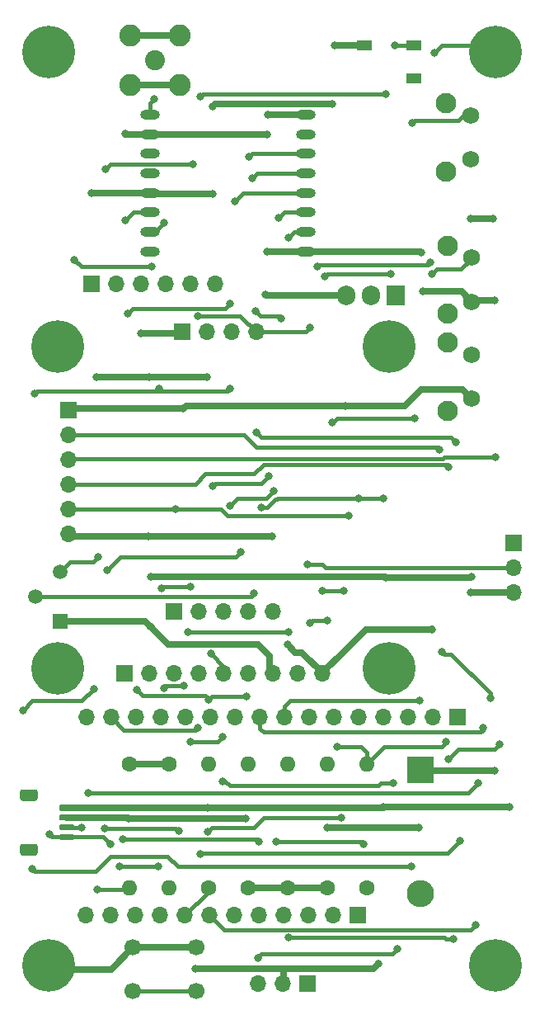
<source format=gbr>
%TF.GenerationSoftware,KiCad,Pcbnew,5.1.12-84ad8e8a86~92~ubuntu18.04.1*%
%TF.CreationDate,2022-01-12T14:22:02-05:00*%
%TF.ProjectId,remote,72656d6f-7465-42e6-9b69-6361645f7063,rev?*%
%TF.SameCoordinates,Original*%
%TF.FileFunction,Copper,L1,Top*%
%TF.FilePolarity,Positive*%
%FSLAX46Y46*%
G04 Gerber Fmt 4.6, Leading zero omitted, Abs format (unit mm)*
G04 Created by KiCad (PCBNEW 5.1.12-84ad8e8a86~92~ubuntu18.04.1) date 2022-01-12 14:22:02*
%MOMM*%
%LPD*%
G01*
G04 APERTURE LIST*
%TA.AperFunction,WasherPad*%
%ADD10C,5.400000*%
%TD*%
%TA.AperFunction,ComponentPad*%
%ADD11R,1.700000X1.700000*%
%TD*%
%TA.AperFunction,ComponentPad*%
%ADD12O,1.700000X1.700000*%
%TD*%
%TA.AperFunction,ComponentPad*%
%ADD13R,1.905000X2.000000*%
%TD*%
%TA.AperFunction,ComponentPad*%
%ADD14O,1.905000X2.000000*%
%TD*%
%TA.AperFunction,ComponentPad*%
%ADD15C,2.250000*%
%TD*%
%TA.AperFunction,ComponentPad*%
%ADD16C,2.050000*%
%TD*%
%TA.AperFunction,ComponentPad*%
%ADD17C,2.100000*%
%TD*%
%TA.AperFunction,ComponentPad*%
%ADD18C,1.750000*%
%TD*%
%TA.AperFunction,ComponentPad*%
%ADD19O,1.600000X1.600000*%
%TD*%
%TA.AperFunction,ComponentPad*%
%ADD20C,1.600000*%
%TD*%
%TA.AperFunction,ComponentPad*%
%ADD21C,5.400000*%
%TD*%
%TA.AperFunction,SMDPad,CuDef*%
%ADD22O,2.000000X1.000000*%
%TD*%
%TA.AperFunction,ComponentPad*%
%ADD23C,1.700000*%
%TD*%
%TA.AperFunction,SMDPad,CuDef*%
%ADD24R,1.500000X1.000000*%
%TD*%
%TA.AperFunction,ComponentPad*%
%ADD25R,1.500000X1.500000*%
%TD*%
%TA.AperFunction,ComponentPad*%
%ADD26C,1.500000*%
%TD*%
%TA.AperFunction,ComponentPad*%
%ADD27R,2.800000X2.800000*%
%TD*%
%TA.AperFunction,ComponentPad*%
%ADD28O,2.800000X2.800000*%
%TD*%
%TA.AperFunction,ViaPad*%
%ADD29C,0.800000*%
%TD*%
%TA.AperFunction,Conductor*%
%ADD30C,0.700000*%
%TD*%
%TA.AperFunction,Conductor*%
%ADD31C,0.400000*%
%TD*%
G04 APERTURE END LIST*
D10*
%TO.P,U4,*%
%TO.N,*%
X76455000Y-93735000D03*
X110475000Y-93735000D03*
X76455000Y-126755000D03*
X110475000Y-126755000D03*
D11*
%TO.P,U4,1*%
%TO.N,N/C*%
X83305000Y-127235000D03*
D12*
%TO.P,U4,2*%
X85845000Y-127235000D03*
%TO.P,U4,3*%
X88385000Y-127235000D03*
%TO.P,U4,4*%
%TO.N,D5*%
X90925000Y-127235000D03*
%TO.P,U4,5*%
%TO.N,MOSI*%
X93465000Y-127235000D03*
%TO.P,U4,6*%
%TO.N,SCK*%
X96005000Y-127235000D03*
%TO.P,U4,7*%
%TO.N,GND*%
X98545000Y-127235000D03*
%TO.P,U4,8*%
%TO.N,N/C*%
X101085000Y-127235000D03*
%TO.P,U4,9*%
%TO.N,+3V3*%
X103625000Y-127235000D03*
%TD*%
%TO.P,U2,3*%
%TO.N,N/C*%
X102229280Y-152121920D03*
D11*
%TO.P,U2,1*%
X107309280Y-152121920D03*
D12*
%TO.P,U2,8*%
%TO.N,D9*%
X89529280Y-152121920D03*
%TO.P,U2,11*%
%TO.N,SCL*%
X81909280Y-152121920D03*
%TO.P,U2,2*%
%TO.N,EN*%
X104769280Y-152121920D03*
%TO.P,U2,6*%
%TO.N,D11*%
X94609280Y-152121920D03*
%TO.P,U2,7*%
%TO.N,D10*%
X92069280Y-152121920D03*
%TO.P,U2,12*%
%TO.N,SDA*%
X79369280Y-152121920D03*
%TO.P,U2,9*%
%TO.N,D6*%
X86989280Y-152121920D03*
%TO.P,U2,10*%
%TO.N,D5*%
X84449280Y-152121920D03*
%TO.P,U2,4*%
%TO.N,D13*%
X99689280Y-152121920D03*
%TO.P,U2,5*%
%TO.N,D12*%
X97149280Y-152121920D03*
D11*
%TO.P,U2,13*%
%TO.N,~RESET*%
X117549280Y-131801920D03*
D12*
%TO.P,U2,14*%
%TO.N,+3V3*%
X115009280Y-131801920D03*
%TO.P,U2,15*%
%TO.N,N/C*%
X112469280Y-131801920D03*
%TO.P,U2,16*%
%TO.N,GND*%
X109929280Y-131801920D03*
%TO.P,U2,17*%
%TO.N,A0*%
X107389280Y-131801920D03*
%TO.P,U2,18*%
%TO.N,A1*%
X104849280Y-131801920D03*
%TO.P,U2,19*%
%TO.N,A2*%
X102309280Y-131801920D03*
%TO.P,U2,20*%
%TO.N,A3*%
X99769280Y-131801920D03*
%TO.P,U2,21*%
%TO.N,A4*%
X97229280Y-131801920D03*
%TO.P,U2,22*%
%TO.N,A5*%
X94689280Y-131801920D03*
%TO.P,U2,23*%
%TO.N,SCK*%
X92149280Y-131801920D03*
%TO.P,U2,24*%
%TO.N,MOSI*%
X89609280Y-131801920D03*
%TO.P,U2,25*%
%TO.N,MISO*%
X87069280Y-131801920D03*
%TO.P,U2,26*%
%TO.N,RX_D0*%
X84529280Y-131801920D03*
%TO.P,U2,27*%
%TO.N,TX_D1*%
X81989280Y-131801920D03*
%TO.P,U2,28*%
%TO.N,N/C*%
X79449280Y-131801920D03*
%TD*%
D13*
%TO.P,Q1,1*%
%TO.N,D9*%
X111155000Y-88475000D03*
D14*
%TO.P,Q1,2*%
%TO.N,POWER_1*%
X108615000Y-88475000D03*
%TO.P,Q1,3*%
%TO.N,GND*%
X106075000Y-88475000D03*
%TD*%
D12*
%TO.P,J2,6*%
%TO.N,+3V3*%
X77555000Y-112955000D03*
%TO.P,J2,5*%
%TO.N,A0*%
X77555000Y-110415000D03*
%TO.P,J2,4*%
%TO.N,A1*%
X77555000Y-107875000D03*
%TO.P,J2,3*%
%TO.N,D13*%
X77555000Y-105335000D03*
%TO.P,J2,2*%
%TO.N,D10*%
X77555000Y-102795000D03*
D11*
%TO.P,J2,1*%
%TO.N,GND*%
X77555000Y-100255000D03*
%TD*%
D15*
%TO.P,J1,2*%
%TO.N,GND*%
X83934920Y-66874440D03*
X83934920Y-61794440D03*
X89014920Y-61794440D03*
X89014920Y-66874440D03*
D16*
%TO.P,J1,1*%
%TO.N,Net-(J1-Pad1)*%
X86474920Y-64334440D03*
%TD*%
D17*
%TO.P,SW3,*%
%TO.N,*%
X116470380Y-93345500D03*
D18*
%TO.P,SW3,1*%
%TO.N,A4*%
X118960380Y-94595500D03*
%TO.P,SW3,2*%
%TO.N,GND*%
X118960380Y-99095500D03*
D17*
%TO.P,SW3,*%
%TO.N,*%
X116470380Y-100355500D03*
%TD*%
D19*
%TO.P,R4,2*%
%TO.N,A4*%
X96017864Y-136606920D03*
D20*
%TO.P,R4,1*%
%TO.N,+3V3*%
X96017864Y-149306920D03*
%TD*%
D21*
%TO.P,H2,1*%
%TO.N,+3V3*%
X121438960Y-157249920D03*
%TD*%
D11*
%TO.P,U5,1*%
%TO.N,N/C*%
X88385000Y-120885000D03*
D12*
%TO.P,U5,2*%
%TO.N,RX_D0*%
X90925000Y-120885000D03*
%TO.P,U5,3*%
%TO.N,TX_D1*%
X93465000Y-120885000D03*
%TO.P,U5,4*%
%TO.N,POWER_1*%
X96005000Y-120885000D03*
%TO.P,U5,5*%
%TO.N,+3V3*%
X98545000Y-120885000D03*
%TD*%
D11*
%TO.P,U3,1*%
%TO.N,+3V3*%
X79903940Y-87285880D03*
D12*
%TO.P,U3,2*%
%TO.N,N/C*%
X82443940Y-87285880D03*
%TO.P,U3,3*%
%TO.N,GND*%
X84983940Y-87285880D03*
%TO.P,U3,4*%
%TO.N,SCL*%
X87523940Y-87285880D03*
%TO.P,U3,5*%
%TO.N,SDA*%
X90063940Y-87285880D03*
%TO.P,U3,6*%
%TO.N,N/C*%
X92603940Y-87285880D03*
%TD*%
D22*
%TO.P,U1,16*%
%TO.N,N/C*%
X85915580Y-83971180D03*
%TO.P,U1,15*%
%TO.N,Net-(JP2-Pad1)*%
X85915580Y-81971180D03*
%TO.P,U1,14*%
%TO.N,D12*%
X85915580Y-79971180D03*
%TO.P,U1,13*%
%TO.N,+3V3*%
X85915580Y-77971180D03*
%TO.P,U1,12*%
%TO.N,N/C*%
X85915580Y-75971180D03*
%TO.P,U1,11*%
X85915580Y-73971180D03*
%TO.P,U1,10*%
%TO.N,GND*%
X85915580Y-71971180D03*
%TO.P,U1,9*%
%TO.N,Net-(J1-Pad1)*%
X85915580Y-69971180D03*
%TO.P,U1,8*%
%TO.N,GND*%
X101915580Y-69971180D03*
%TO.P,U1,7*%
%TO.N,N/C*%
X101915580Y-71971180D03*
%TO.P,U1,6*%
%TO.N,D6*%
X101915580Y-73971180D03*
%TO.P,U1,5*%
%TO.N,D11*%
X101915580Y-75971180D03*
%TO.P,U1,4*%
%TO.N,SCK*%
X101915580Y-77971180D03*
%TO.P,U1,3*%
%TO.N,MOSI*%
X101915580Y-79971180D03*
%TO.P,U1,2*%
%TO.N,MISO*%
X101915580Y-81971180D03*
%TO.P,U1,1*%
%TO.N,GND*%
X101915580Y-83971180D03*
%TD*%
D23*
%TO.P,SW4,1*%
%TO.N,~RESET*%
X90705000Y-159905000D03*
%TO.P,SW4,2*%
X84205000Y-159905000D03*
%TO.P,SW4,3*%
%TO.N,GND*%
X90705000Y-155405000D03*
%TO.P,SW4,4*%
X84205000Y-155405000D03*
%TD*%
D17*
%TO.P,SW2,*%
%TO.N,*%
X116470380Y-83388700D03*
D18*
%TO.P,SW2,1*%
%TO.N,A3*%
X118960380Y-84638700D03*
%TO.P,SW2,2*%
%TO.N,GND*%
X118960380Y-89138700D03*
D17*
%TO.P,SW2,*%
%TO.N,*%
X116470380Y-90398700D03*
%TD*%
%TO.P,SW1,*%
%TO.N,*%
X116345000Y-68795000D03*
D18*
%TO.P,SW1,1*%
%TO.N,A2*%
X118835000Y-70045000D03*
%TO.P,SW1,2*%
%TO.N,GND*%
X118835000Y-74545000D03*
D17*
%TO.P,SW1,*%
%TO.N,*%
X116345000Y-75805000D03*
%TD*%
D24*
%TO.P,SP1,MT*%
%TO.N,N/C*%
X113042360Y-66246200D03*
%TO.P,SP1,-*%
%TO.N,+3V3*%
X107942360Y-62846200D03*
%TO.P,SP1,+*%
%TO.N,Net-(D1-Pad2)*%
X113042360Y-62846200D03*
%TD*%
D19*
%TO.P,R7,2*%
%TO.N,A1*%
X108190268Y-136606920D03*
D20*
%TO.P,R7,1*%
%TO.N,Net-(Q3-Pad2)*%
X108190268Y-149306920D03*
%TD*%
D19*
%TO.P,R3,2*%
%TO.N,GND*%
X91960396Y-136606920D03*
D20*
%TO.P,R3,1*%
%TO.N,D9*%
X91960396Y-149306920D03*
%TD*%
D19*
%TO.P,R6,2*%
%TO.N,A2*%
X104132800Y-136606920D03*
D20*
%TO.P,R6,1*%
%TO.N,+3V3*%
X104132800Y-149306920D03*
%TD*%
D19*
%TO.P,R5,2*%
%TO.N,A3*%
X100075332Y-136606920D03*
D20*
%TO.P,R5,1*%
%TO.N,+3V3*%
X100075332Y-149306920D03*
%TD*%
D19*
%TO.P,R2,2*%
%TO.N,SCL*%
X87902928Y-149306920D03*
D20*
%TO.P,R2,1*%
%TO.N,+3V3*%
X87902928Y-136606920D03*
%TD*%
D19*
%TO.P,R1,2*%
%TO.N,SDA*%
X83845460Y-149306920D03*
D20*
%TO.P,R1,1*%
%TO.N,+3V3*%
X83845460Y-136606920D03*
%TD*%
D25*
%TO.P,Q3,1*%
%TO.N,GND*%
X76744180Y-121901000D03*
D26*
%TO.P,Q3,3*%
%TO.N,Net-(D1-Pad2)*%
X76744180Y-116821000D03*
%TO.P,Q3,2*%
%TO.N,Net-(Q3-Pad2)*%
X74204180Y-119361000D03*
%TD*%
%TO.P,J20,MP*%
%TO.N,N/C*%
%TA.AperFunction,SMDPad,CuDef*%
G36*
G01*
X72839999Y-144775000D02*
X74140001Y-144775000D01*
G75*
G02*
X74390000Y-145024999I0J-249999D01*
G01*
X74390000Y-145725001D01*
G75*
G02*
X74140001Y-145975000I-249999J0D01*
G01*
X72839999Y-145975000D01*
G75*
G02*
X72590000Y-145725001I0J249999D01*
G01*
X72590000Y-145024999D01*
G75*
G02*
X72839999Y-144775000I249999J0D01*
G01*
G37*
%TD.AperFunction*%
%TA.AperFunction,SMDPad,CuDef*%
G36*
G01*
X72839999Y-139175000D02*
X74140001Y-139175000D01*
G75*
G02*
X74390000Y-139424999I0J-249999D01*
G01*
X74390000Y-140125001D01*
G75*
G02*
X74140001Y-140375000I-249999J0D01*
G01*
X72839999Y-140375000D01*
G75*
G02*
X72590000Y-140125001I0J249999D01*
G01*
X72590000Y-139424999D01*
G75*
G02*
X72839999Y-139175000I249999J0D01*
G01*
G37*
%TD.AperFunction*%
%TO.P,J20,4*%
%TO.N,SCL*%
%TA.AperFunction,SMDPad,CuDef*%
G36*
G01*
X76740000Y-143775000D02*
X77990000Y-143775000D01*
G75*
G02*
X78140000Y-143925000I0J-150000D01*
G01*
X78140000Y-144225000D01*
G75*
G02*
X77990000Y-144375000I-150000J0D01*
G01*
X76740000Y-144375000D01*
G75*
G02*
X76590000Y-144225000I0J150000D01*
G01*
X76590000Y-143925000D01*
G75*
G02*
X76740000Y-143775000I150000J0D01*
G01*
G37*
%TD.AperFunction*%
%TO.P,J20,3*%
%TO.N,SDA*%
%TA.AperFunction,SMDPad,CuDef*%
G36*
G01*
X76740000Y-142775000D02*
X77990000Y-142775000D01*
G75*
G02*
X78140000Y-142925000I0J-150000D01*
G01*
X78140000Y-143225000D01*
G75*
G02*
X77990000Y-143375000I-150000J0D01*
G01*
X76740000Y-143375000D01*
G75*
G02*
X76590000Y-143225000I0J150000D01*
G01*
X76590000Y-142925000D01*
G75*
G02*
X76740000Y-142775000I150000J0D01*
G01*
G37*
%TD.AperFunction*%
%TO.P,J20,2*%
%TO.N,+3V3*%
%TA.AperFunction,SMDPad,CuDef*%
G36*
G01*
X76740000Y-141775000D02*
X77990000Y-141775000D01*
G75*
G02*
X78140000Y-141925000I0J-150000D01*
G01*
X78140000Y-142225000D01*
G75*
G02*
X77990000Y-142375000I-150000J0D01*
G01*
X76740000Y-142375000D01*
G75*
G02*
X76590000Y-142225000I0J150000D01*
G01*
X76590000Y-141925000D01*
G75*
G02*
X76740000Y-141775000I150000J0D01*
G01*
G37*
%TD.AperFunction*%
%TO.P,J20,1*%
%TO.N,GND*%
%TA.AperFunction,SMDPad,CuDef*%
G36*
G01*
X76740000Y-140775000D02*
X77990000Y-140775000D01*
G75*
G02*
X78140000Y-140925000I0J-150000D01*
G01*
X78140000Y-141225000D01*
G75*
G02*
X77990000Y-141375000I-150000J0D01*
G01*
X76740000Y-141375000D01*
G75*
G02*
X76590000Y-141225000I0J150000D01*
G01*
X76590000Y-140925000D01*
G75*
G02*
X76740000Y-140775000I150000J0D01*
G01*
G37*
%TD.AperFunction*%
%TD*%
D12*
%TO.P,J19,3*%
%TO.N,A5*%
X97003220Y-159076440D03*
%TO.P,J19,2*%
%TO.N,GND*%
X99543220Y-159076440D03*
D11*
%TO.P,J19,1*%
%TO.N,N/C*%
X102083220Y-159076440D03*
%TD*%
D12*
%TO.P,J16,4*%
%TO.N,SDA*%
X96825000Y-92255000D03*
%TO.P,J16,3*%
%TO.N,SCL*%
X94285000Y-92255000D03*
%TO.P,J16,2*%
%TO.N,+3V3*%
X91745000Y-92255000D03*
D11*
%TO.P,J16,1*%
%TO.N,GND*%
X89205000Y-92255000D03*
%TD*%
D12*
%TO.P,J5,3*%
%TO.N,GND*%
X123297300Y-118987620D03*
%TO.P,J5,2*%
%TO.N,EN*%
X123297300Y-116447620D03*
D11*
%TO.P,J5,1*%
%TO.N,N/C*%
X123297300Y-113907620D03*
%TD*%
D21*
%TO.P,H6,1*%
%TO.N,SCL*%
X75491960Y-63491160D03*
%TD*%
%TO.P,H5,1*%
%TO.N,SDA*%
X121438960Y-63491160D03*
%TD*%
%TO.P,H1,1*%
%TO.N,GND*%
X75491960Y-157249920D03*
%TD*%
D27*
%TO.P,D1,1*%
%TO.N,+3V3*%
X113715000Y-137215000D03*
D28*
%TO.P,D1,2*%
%TO.N,Net-(D1-Pad2)*%
X113715000Y-149915000D03*
%TD*%
D29*
%TO.N,GND*%
X91905000Y-141065000D03*
X109925000Y-141015000D03*
X122815000Y-141015000D03*
X118912380Y-118987620D03*
X89305000Y-100135000D03*
X84995000Y-92365000D03*
X105975000Y-99815000D03*
X97795000Y-88385000D03*
X97925000Y-83995000D03*
X98015000Y-69945000D03*
X113765000Y-84055000D03*
X113995000Y-88105000D03*
X118875000Y-80645000D03*
X121175000Y-80645000D03*
X121315000Y-89035000D03*
X83365000Y-71935000D03*
X97925000Y-71955000D03*
X85955000Y-122435000D03*
X86005000Y-117395000D03*
X110165000Y-117465000D03*
X118960380Y-117349620D03*
X90625000Y-157575000D03*
X109375000Y-157075000D03*
%TO.N,+3V3*%
X121365000Y-137255000D03*
X83735000Y-142195000D03*
X95785000Y-142165000D03*
X104115000Y-143105000D03*
X113545000Y-143145000D03*
X114935000Y-122755000D03*
X98465000Y-113235000D03*
X79955000Y-77995000D03*
X91815000Y-96895000D03*
X80455000Y-96895000D03*
X104935000Y-62855000D03*
X92355000Y-78105000D03*
X85855000Y-96895000D03*
X85735000Y-113235000D03*
X104625000Y-68825000D03*
X92375000Y-69075000D03*
X100060000Y-124330000D03*
%TO.N,SDA*%
X80545000Y-149455000D03*
X78875000Y-143075000D03*
X79625000Y-139575000D03*
X119625000Y-138575000D03*
X117375000Y-103575000D03*
X96875000Y-102575000D03*
X102375000Y-91825000D03*
X103125000Y-85575000D03*
X114715000Y-85075000D03*
X115125000Y-63575000D03*
X90875000Y-90625000D03*
%TO.N,SCL*%
X82795000Y-147125000D03*
X86755000Y-147125000D03*
X75625000Y-143825000D03*
X74125000Y-98575000D03*
X94125000Y-98075000D03*
X86875000Y-98075000D03*
X86125000Y-85575000D03*
X78125000Y-84825000D03*
X81875000Y-144825000D03*
%TO.N,D9*%
X110625000Y-86325000D03*
X103875000Y-86575000D03*
X103625000Y-118825000D03*
X105625000Y-142075000D03*
X91875000Y-143525000D03*
X105875000Y-118825000D03*
%TO.N,~RESET*%
X117745000Y-144475000D03*
X91075000Y-145825000D03*
%TO.N,A0*%
X106375000Y-111075000D03*
X88535000Y-110415000D03*
%TO.N,A3*%
X114875000Y-86325000D03*
X113625000Y-130075000D03*
%TO.N,A4*%
X120125000Y-132825000D03*
%TO.N,A5*%
X93375000Y-138325000D03*
X110879280Y-138575000D03*
X111375000Y-155575000D03*
X97003220Y-156446780D03*
%TO.N,POWER_1*%
X97375000Y-110275000D03*
X109875000Y-109325000D03*
X107375000Y-109325000D03*
%TO.N,Net-(Q3-Pad2)*%
X96625000Y-119075000D03*
X98875000Y-144575000D03*
X107875000Y-144825000D03*
%TO.N,RX_D0*%
X90125000Y-118345000D03*
X87125000Y-118561000D03*
%TO.N,TX_D1*%
X90875000Y-132825000D03*
%TO.N,A2*%
X112875000Y-70825000D03*
X113125000Y-101075000D03*
X104625000Y-101575000D03*
X104125000Y-121825000D03*
X102375000Y-122075000D03*
%TO.N,Net-(J1-Pad1)*%
X86375000Y-68325000D03*
%TO.N,EN*%
X102145000Y-116125000D03*
%TO.N,SCK*%
X94625000Y-78825000D03*
X94125000Y-89325000D03*
X83625000Y-90325000D03*
%TO.N,MOSI*%
X99125000Y-80575000D03*
X98125000Y-107075000D03*
X92375000Y-108075000D03*
X92175001Y-125274999D03*
X90125000Y-134325000D03*
X93375000Y-133825000D03*
%TO.N,SCK*%
X84570000Y-128950000D03*
X91980000Y-129960000D03*
X95830000Y-129680000D03*
%TO.N,A1*%
X116625000Y-106075000D03*
X116375000Y-134325000D03*
X105125000Y-134825000D03*
%TO.N,MISO*%
X100125000Y-82575000D03*
X100125000Y-123075000D03*
X89875000Y-123075000D03*
X89375000Y-128575000D03*
X87375000Y-128785000D03*
%TO.N,D6*%
X96115000Y-74285000D03*
X95225000Y-114835000D03*
X81555000Y-116655000D03*
X81285000Y-143185000D03*
X88875000Y-143455000D03*
%TO.N,Net-(JP2-Pad1)*%
X87375000Y-81075000D03*
%TO.N,D12*%
X83375000Y-80825000D03*
X83125000Y-144325000D03*
X97125000Y-144575000D03*
%TO.N,D13*%
X100125000Y-154375000D03*
X117125000Y-154575000D03*
X116625000Y-136075000D03*
X121865000Y-134575000D03*
X121375000Y-105075000D03*
%TO.N,D10*%
X115885000Y-125075000D03*
X120875000Y-129825000D03*
X119375000Y-153075000D03*
X115675000Y-104325000D03*
%TO.N,D11*%
X96405000Y-76485000D03*
X96755000Y-90125000D03*
X99405000Y-90895000D03*
X98625000Y-108575000D03*
X94125000Y-110075000D03*
%TO.N,Net-(D1-Pad2)*%
X112805000Y-147095000D03*
X111125000Y-62825000D03*
X110125000Y-67825000D03*
X91125000Y-68075000D03*
X90375000Y-75075000D03*
X81375000Y-75575000D03*
X80625000Y-115325000D03*
X73875000Y-147325000D03*
X80145000Y-128845000D03*
X72875000Y-131075000D03*
%TD*%
D30*
%TO.N,GND*%
X81935640Y-157674360D02*
X84205000Y-155405000D01*
X75324320Y-157674360D02*
X81935640Y-157674360D01*
X84205000Y-155405000D02*
X90705000Y-155405000D01*
X77365000Y-141075000D02*
X91895000Y-141075000D01*
X91895000Y-141075000D02*
X91905000Y-141065000D01*
X109925000Y-141015000D02*
X122815000Y-141015000D01*
X123297300Y-118987620D02*
X118912380Y-118987620D01*
X77675000Y-100135000D02*
X77555000Y-100255000D01*
X89305000Y-100135000D02*
X77675000Y-100135000D01*
X89095000Y-92365000D02*
X89205000Y-92255000D01*
X84995000Y-92365000D02*
X89095000Y-92365000D01*
X89625000Y-99815000D02*
X89305000Y-100135000D01*
X105975000Y-99815000D02*
X89625000Y-99815000D01*
X118960380Y-99095500D02*
X118029880Y-98165000D01*
X118029880Y-98165000D02*
X113795000Y-98165000D01*
X112145000Y-99815000D02*
X105975000Y-99815000D01*
X113795000Y-98165000D02*
X112145000Y-99815000D01*
X106075000Y-88475000D02*
X97885000Y-88475000D01*
X97885000Y-88475000D02*
X97795000Y-88385000D01*
X101891760Y-83995000D02*
X101915580Y-83971180D01*
X97925000Y-83995000D02*
X101891760Y-83995000D01*
X101889400Y-69945000D02*
X101915580Y-69971180D01*
X98015000Y-69945000D02*
X101889400Y-69945000D01*
X101915580Y-83971180D02*
X113681180Y-83971180D01*
X113681180Y-83971180D02*
X113765000Y-84055000D01*
X117926680Y-88105000D02*
X118960380Y-89138700D01*
X113995000Y-88105000D02*
X117926680Y-88105000D01*
X118875000Y-80645000D02*
X121175000Y-80645000D01*
X119064080Y-89035000D02*
X118960380Y-89138700D01*
X121315000Y-89035000D02*
X119064080Y-89035000D01*
X85915580Y-71971180D02*
X83401180Y-71971180D01*
X83401180Y-71971180D02*
X83365000Y-71935000D01*
X89014920Y-61794440D02*
X83934920Y-61794440D01*
X89014920Y-66874440D02*
X83934920Y-66874440D01*
X97908820Y-71971180D02*
X97925000Y-71955000D01*
X85915580Y-71971180D02*
X97908820Y-71971180D01*
X85421000Y-121901000D02*
X76744180Y-121901000D01*
X85955000Y-122435000D02*
X85421000Y-121901000D01*
X110095000Y-117395000D02*
X110165000Y-117465000D01*
X86005000Y-117395000D02*
X110095000Y-117395000D01*
X118845000Y-117465000D02*
X118960380Y-117349620D01*
X110165000Y-117465000D02*
X118845000Y-117465000D01*
X109875000Y-141065000D02*
X109925000Y-141015000D01*
X91905000Y-141065000D02*
X109875000Y-141065000D01*
X90625000Y-157575000D02*
X99625000Y-157575000D01*
X99625000Y-158994660D02*
X99543220Y-159076440D01*
X99625000Y-157575000D02*
X99625000Y-158994660D01*
X108875000Y-157575000D02*
X99625000Y-157575000D01*
X109375000Y-157075000D02*
X108875000Y-157575000D01*
X86095000Y-122575000D02*
X85955000Y-122435000D01*
X98220000Y-125460000D02*
X97030000Y-124270000D01*
X87790000Y-124270000D02*
X85955000Y-122435000D01*
X97030000Y-124270000D02*
X87790000Y-124270000D01*
X98220000Y-126905000D02*
X98545000Y-127230000D01*
X98220000Y-125460000D02*
X98220000Y-126905000D01*
%TO.N,+3V3*%
X96017864Y-149306920D02*
X100075332Y-149306920D01*
X100075332Y-149306920D02*
X104132800Y-149306920D01*
X83845460Y-136606920D02*
X87902928Y-136606920D01*
X113755000Y-137255000D02*
X113715000Y-137215000D01*
X121365000Y-137255000D02*
X113755000Y-137255000D01*
X77365000Y-142075000D02*
X83615000Y-142075000D01*
X83615000Y-142075000D02*
X83735000Y-142195000D01*
X83735000Y-142195000D02*
X95755000Y-142195000D01*
X95755000Y-142195000D02*
X95785000Y-142165000D01*
X104115000Y-143105000D02*
X113505000Y-143105000D01*
X113505000Y-143105000D02*
X113545000Y-143145000D01*
X114875000Y-122695000D02*
X114935000Y-122755000D01*
X77835000Y-113235000D02*
X77555000Y-112955000D01*
X85891760Y-77995000D02*
X85915580Y-77971180D01*
X79955000Y-77995000D02*
X85891760Y-77995000D01*
X107942360Y-62846200D02*
X104943800Y-62846200D01*
X104943800Y-62846200D02*
X104935000Y-62855000D01*
X86049400Y-78105000D02*
X85915580Y-77971180D01*
X92355000Y-78105000D02*
X86049400Y-78105000D01*
X85845000Y-96895000D02*
X85855000Y-96895000D01*
X85845000Y-96895000D02*
X80455000Y-96895000D01*
X91815000Y-96895000D02*
X85845000Y-96895000D01*
X98465000Y-113235000D02*
X85735000Y-113235000D01*
X85735000Y-113235000D02*
X77835000Y-113235000D01*
X104625000Y-68825000D02*
X92625000Y-68825000D01*
X92625000Y-68825000D02*
X92375000Y-69075000D01*
X105895000Y-124960000D02*
X103625000Y-127230000D01*
X108100000Y-122755000D02*
X105895000Y-124960000D01*
X114935000Y-122755000D02*
X108100000Y-122755000D01*
X101535000Y-125140000D02*
X103625000Y-127230000D01*
X100060000Y-124330000D02*
X100870000Y-125140000D01*
X100870000Y-125140000D02*
X101535000Y-125140000D01*
D31*
%TO.N,SDA*%
X83697380Y-149455000D02*
X83845460Y-149306920D01*
X80545000Y-149455000D02*
X83697380Y-149455000D01*
X77365000Y-143075000D02*
X78875000Y-143075000D01*
X79625000Y-139575000D02*
X88125000Y-139575000D01*
X88125000Y-139575000D02*
X118625000Y-139575000D01*
X118625000Y-139575000D02*
X119625000Y-138575000D01*
X117375000Y-103575000D02*
X116875000Y-103075000D01*
X116875000Y-103075000D02*
X97375000Y-103075000D01*
X97375000Y-103075000D02*
X96875000Y-102575000D01*
X96825000Y-92255000D02*
X101945000Y-92255000D01*
X101945000Y-92255000D02*
X102375000Y-91825000D01*
X103125000Y-85575000D02*
X103375000Y-85325000D01*
X103375000Y-85325000D02*
X114465000Y-85325000D01*
X114465000Y-85325000D02*
X114715000Y-85075000D01*
X115125000Y-63575000D02*
X115875000Y-62825000D01*
X120719600Y-62825000D02*
X121438960Y-63544360D01*
X115875000Y-62825000D02*
X120719600Y-62825000D01*
X95195000Y-90625000D02*
X96825000Y-92255000D01*
X90875000Y-90625000D02*
X95195000Y-90625000D01*
%TO.N,SCL*%
X82795000Y-147125000D02*
X86755000Y-147125000D01*
X77365000Y-144075000D02*
X75875000Y-144075000D01*
X75875000Y-144075000D02*
X75625000Y-143825000D01*
X74125000Y-98575000D02*
X74375000Y-98325000D01*
X93875000Y-98325000D02*
X94125000Y-98075000D01*
X86625000Y-98325000D02*
X86875000Y-98075000D01*
X84625000Y-98325000D02*
X93875000Y-98325000D01*
X84625000Y-98325000D02*
X86625000Y-98325000D01*
X74375000Y-98325000D02*
X84625000Y-98325000D01*
X86125000Y-85575000D02*
X78875000Y-85575000D01*
X78875000Y-85575000D02*
X78125000Y-84825000D01*
X77365000Y-144075000D02*
X81125000Y-144075000D01*
X81125000Y-144075000D02*
X81875000Y-144825000D01*
%TO.N,D9*%
X110625000Y-86325000D02*
X104125000Y-86325000D01*
X104125000Y-86325000D02*
X103875000Y-86575000D01*
X105625000Y-142075000D02*
X97625000Y-142075000D01*
X97625000Y-142075000D02*
X96625000Y-143075000D01*
X96625000Y-143075000D02*
X92325000Y-143075000D01*
X92325000Y-143075000D02*
X91875000Y-143525000D01*
X105875000Y-118825000D02*
X104125000Y-118825000D01*
X103625000Y-118825000D02*
X104125000Y-118825000D01*
X104125000Y-118825000D02*
X104375000Y-118825000D01*
X91960396Y-149690804D02*
X89529280Y-152121920D01*
X91960396Y-149306920D02*
X91960396Y-149690804D01*
%TO.N,~RESET*%
X84205000Y-159905000D02*
X90705000Y-159905000D01*
X117745000Y-144475000D02*
X116465000Y-145755000D01*
X91145000Y-145755000D02*
X91075000Y-145825000D01*
X116465000Y-145755000D02*
X91145000Y-145755000D01*
%TO.N,A0*%
X93215000Y-110415000D02*
X93875000Y-111075000D01*
X93875000Y-111075000D02*
X106375000Y-111075000D01*
X77555000Y-110415000D02*
X88535000Y-110415000D01*
X88535000Y-110415000D02*
X93215000Y-110415000D01*
%TO.N,A3*%
X118960380Y-84638700D02*
X118960380Y-84739620D01*
X118960380Y-84739620D02*
X117875000Y-85825000D01*
X117875000Y-85825000D02*
X115375000Y-85825000D01*
X115375000Y-85825000D02*
X114875000Y-86325000D01*
X113625000Y-130075000D02*
X100375000Y-130075000D01*
X99769280Y-130680720D02*
X99769280Y-131801920D01*
X100375000Y-130075000D02*
X99769280Y-130680720D01*
%TO.N,A4*%
X120125000Y-132825000D02*
X120125000Y-133075000D01*
X120125000Y-133075000D02*
X119875000Y-133325000D01*
X119875000Y-133325000D02*
X97625000Y-133325000D01*
X97229280Y-132929280D02*
X97229280Y-131801920D01*
X97625000Y-133325000D02*
X97229280Y-132929280D01*
%TO.N,A5*%
X93375000Y-138325000D02*
X93625000Y-138325000D01*
X93625000Y-138325000D02*
X94125000Y-138825000D01*
X94125000Y-138825000D02*
X98625000Y-138825000D01*
X98625000Y-138825000D02*
X109375000Y-138825000D01*
X109375000Y-138825000D02*
X109625000Y-138575000D01*
X109625000Y-138575000D02*
X110879280Y-138575000D01*
X97375000Y-156075000D02*
X97003220Y-156446780D01*
X111375000Y-155575000D02*
X110875000Y-156075000D01*
X110875000Y-156075000D02*
X97375000Y-156075000D01*
%TO.N,POWER_1*%
X97375000Y-110275000D02*
X97375000Y-110075000D01*
X98824999Y-109375001D02*
X97925000Y-110275000D01*
X99009001Y-109375001D02*
X98824999Y-109375001D01*
X99059002Y-109325000D02*
X99009001Y-109375001D01*
X97375000Y-110275000D02*
X97925000Y-110275000D01*
X107375000Y-109325000D02*
X99059002Y-109325000D01*
X109875000Y-109325000D02*
X107375000Y-109325000D01*
%TO.N,Net-(Q3-Pad2)*%
X74204180Y-119361000D02*
X96339000Y-119361000D01*
X96339000Y-119361000D02*
X96625000Y-119075000D01*
X98875000Y-144575000D02*
X104125000Y-144575000D01*
X104125000Y-144575000D02*
X107625000Y-144575000D01*
X107625000Y-144575000D02*
X107875000Y-144825000D01*
%TO.N,RX_D0*%
X90125000Y-118345000D02*
X87341000Y-118345000D01*
X87341000Y-118345000D02*
X87125000Y-118561000D01*
%TO.N,TX_D1*%
X81989280Y-131801920D02*
X83262360Y-133075000D01*
X83262360Y-133075000D02*
X90625000Y-133075000D01*
X90625000Y-133075000D02*
X90875000Y-132825000D01*
%TO.N,A2*%
X118835000Y-70045000D02*
X118155000Y-70045000D01*
X118155000Y-70045000D02*
X117625000Y-70575000D01*
X117625000Y-70575000D02*
X113125000Y-70575000D01*
X113125000Y-70575000D02*
X112875000Y-70825000D01*
X113125000Y-101075000D02*
X105875000Y-101075000D01*
X105875000Y-101075000D02*
X105125000Y-101075000D01*
X105125000Y-101075000D02*
X104625000Y-101575000D01*
X104125000Y-121825000D02*
X102625000Y-121825000D01*
X102625000Y-121825000D02*
X102375000Y-122075000D01*
%TO.N,Net-(J1-Pad1)*%
X85915580Y-69971180D02*
X85915580Y-68784420D01*
X85915580Y-68784420D02*
X86375000Y-68325000D01*
%TO.N,EN*%
X123297300Y-116447620D02*
X103997620Y-116447620D01*
X103997620Y-116447620D02*
X103675000Y-116125000D01*
X103675000Y-116125000D02*
X102145000Y-116125000D01*
%TO.N,SCK*%
X101915580Y-77971180D02*
X95478820Y-77971180D01*
X95478820Y-77971180D02*
X94625000Y-78825000D01*
X94125000Y-89325000D02*
X93625000Y-89825000D01*
X93625000Y-89825000D02*
X84125000Y-89825000D01*
X84125000Y-89825000D02*
X83625000Y-90325000D01*
%TO.N,MOSI*%
X101915580Y-79971180D02*
X99728820Y-79971180D01*
X99728820Y-79971180D02*
X99125000Y-80575000D01*
X98125000Y-107075000D02*
X97375000Y-107825000D01*
X97375000Y-107825000D02*
X93125000Y-107825000D01*
X93125000Y-107825000D02*
X92625000Y-107825000D01*
X92625000Y-107825000D02*
X92375000Y-108075000D01*
X93465000Y-126564998D02*
X92175001Y-125274999D01*
X93465000Y-127235000D02*
X93465000Y-126564998D01*
X90125000Y-134325000D02*
X92875000Y-134325000D01*
X92875000Y-134325000D02*
X93375000Y-133825000D01*
%TO.N,SCK*%
X91605001Y-129585001D02*
X91980000Y-129960000D01*
X84570000Y-128950000D02*
X85205001Y-129585001D01*
X85205001Y-129585001D02*
X91605001Y-129585001D01*
X92260000Y-129680000D02*
X91980000Y-129960000D01*
X95830000Y-129680000D02*
X92260000Y-129680000D01*
%TO.N,A1*%
X77555000Y-107875000D02*
X90575000Y-107875000D01*
X90575000Y-107875000D02*
X91625000Y-106825000D01*
X91625000Y-106825000D02*
X96625000Y-106825000D01*
X96625000Y-106825000D02*
X97625000Y-105825000D01*
X97625000Y-105825000D02*
X116375000Y-105825000D01*
X116375000Y-105825000D02*
X116625000Y-106075000D01*
X109972188Y-134825000D02*
X108190268Y-136606920D01*
X116375000Y-134325000D02*
X115875000Y-134825000D01*
X115875000Y-134825000D02*
X109972188Y-134825000D01*
X105125000Y-134825000D02*
X107625000Y-134825000D01*
X108190268Y-135390268D02*
X108190268Y-136606920D01*
X107625000Y-134825000D02*
X108190268Y-135390268D01*
%TO.N,MISO*%
X101915580Y-81971180D02*
X100728820Y-81971180D01*
X100728820Y-81971180D02*
X100125000Y-82575000D01*
X100125000Y-123075000D02*
X89875000Y-123075000D01*
X89375000Y-128575000D02*
X87585000Y-128575000D01*
X87585000Y-128575000D02*
X87375000Y-128785000D01*
%TO.N,D6*%
X101915580Y-73971180D02*
X96428820Y-73971180D01*
X96428820Y-73971180D02*
X96115000Y-74285000D01*
X95225000Y-114835000D02*
X94745000Y-115315000D01*
X94745000Y-115315000D02*
X82895000Y-115315000D01*
X82895000Y-115315000D02*
X81555000Y-116655000D01*
X81285000Y-143185000D02*
X88605000Y-143185000D01*
X88605000Y-143185000D02*
X88875000Y-143455000D01*
%TO.N,Net-(JP2-Pad1)*%
X85915580Y-81971180D02*
X86478820Y-81971180D01*
X86478820Y-81971180D02*
X87375000Y-81075000D01*
%TO.N,D12*%
X85915580Y-79971180D02*
X84228820Y-79971180D01*
X84228820Y-79971180D02*
X83375000Y-80825000D01*
X83125000Y-144325000D02*
X96875000Y-144325000D01*
X96875000Y-144325000D02*
X97125000Y-144575000D01*
%TO.N,D13*%
X100125000Y-154375000D02*
X116175000Y-154375000D01*
X116175000Y-154375000D02*
X116375000Y-154575000D01*
X116375000Y-154575000D02*
X117125000Y-154575000D01*
X116625000Y-136075000D02*
X117125000Y-135575000D01*
X117125000Y-135575000D02*
X117625000Y-135075000D01*
X117625000Y-135075000D02*
X121365000Y-135075000D01*
X121365000Y-135075000D02*
X121865000Y-134575000D01*
X77665010Y-105224990D02*
X77555000Y-105335000D01*
X115975010Y-105224990D02*
X77665010Y-105224990D01*
X121375000Y-105075000D02*
X116125000Y-105075000D01*
X116125000Y-105075000D02*
X115975010Y-105224990D01*
%TO.N,D10*%
X77555000Y-102795000D02*
X95595000Y-102795000D01*
X95595000Y-102795000D02*
X96875000Y-104075000D01*
X96875000Y-104075000D02*
X115375000Y-104075000D01*
X115885000Y-125075000D02*
X116125000Y-125315000D01*
X116125000Y-125315000D02*
X116865000Y-125315000D01*
X116865000Y-125315000D02*
X120875000Y-129325000D01*
X120875000Y-129325000D02*
X120875000Y-129825000D01*
X119375000Y-153075000D02*
X118875000Y-153575000D01*
X93522360Y-153575000D02*
X92069280Y-152121920D01*
X118875000Y-153575000D02*
X93522360Y-153575000D01*
X115375000Y-104075000D02*
X115425000Y-104075000D01*
X115425000Y-104075000D02*
X115675000Y-104325000D01*
%TO.N,D11*%
X101915580Y-75971180D02*
X96918820Y-75971180D01*
X96918820Y-75971180D02*
X96405000Y-76485000D01*
X96755000Y-90125000D02*
X97265000Y-90635000D01*
X97265000Y-90635000D02*
X99145000Y-90635000D01*
X99145000Y-90635000D02*
X99405000Y-90895000D01*
X98625000Y-108575000D02*
X97875000Y-109325000D01*
X97875000Y-109325000D02*
X94875000Y-109325000D01*
X94875000Y-109325000D02*
X94125000Y-110075000D01*
%TO.N,Net-(D1-Pad2)*%
X112805000Y-147095000D02*
X97155000Y-147095000D01*
X97155000Y-147095000D02*
X88785000Y-147095000D01*
X88785000Y-147095000D02*
X87725000Y-146035000D01*
X76858180Y-116935000D02*
X76744180Y-116821000D01*
X113042360Y-62846200D02*
X111103800Y-62846200D01*
X111103800Y-62846200D02*
X111125000Y-62825000D01*
X110125000Y-67825000D02*
X91375000Y-67825000D01*
X91375000Y-67825000D02*
X91125000Y-68075000D01*
X81878830Y-75071170D02*
X81375000Y-75575000D01*
X90375000Y-75075000D02*
X90371170Y-75071170D01*
X90371170Y-75071170D02*
X81878830Y-75071170D01*
X80625000Y-115325000D02*
X80125000Y-115825000D01*
X77740180Y-115825000D02*
X76744180Y-116821000D01*
X80125000Y-115825000D02*
X77740180Y-115825000D01*
X87725000Y-146035000D02*
X81915000Y-146035000D01*
X81915000Y-146035000D02*
X80375000Y-147575000D01*
X80375000Y-147575000D02*
X74125000Y-147575000D01*
X74125000Y-147575000D02*
X73875000Y-147325000D01*
X78915000Y-130075000D02*
X80145000Y-128845000D01*
X73875000Y-130075000D02*
X72875000Y-131075000D01*
X77875000Y-130075000D02*
X73875000Y-130075000D01*
X77875000Y-130075000D02*
X78915000Y-130075000D01*
X74125000Y-130075000D02*
X77875000Y-130075000D01*
%TD*%
M02*

</source>
